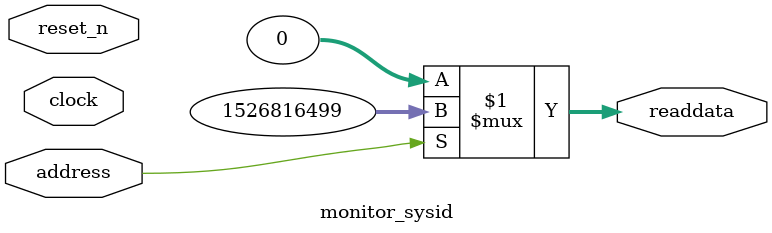
<source format=v>



// synthesis translate_off
`timescale 1ns / 1ps
// synthesis translate_on

// turn off superfluous verilog processor warnings 
// altera message_level Level1 
// altera message_off 10034 10035 10036 10037 10230 10240 10030 

module monitor_sysid (
               // inputs:
                address,
                clock,
                reset_n,

               // outputs:
                readdata
             )
;

  output  [ 31: 0] readdata;
  input            address;
  input            clock;
  input            reset_n;

  wire    [ 31: 0] readdata;
  //control_slave, which is an e_avalon_slave
  assign readdata = address ? 1526816499 : 0;

endmodule



</source>
